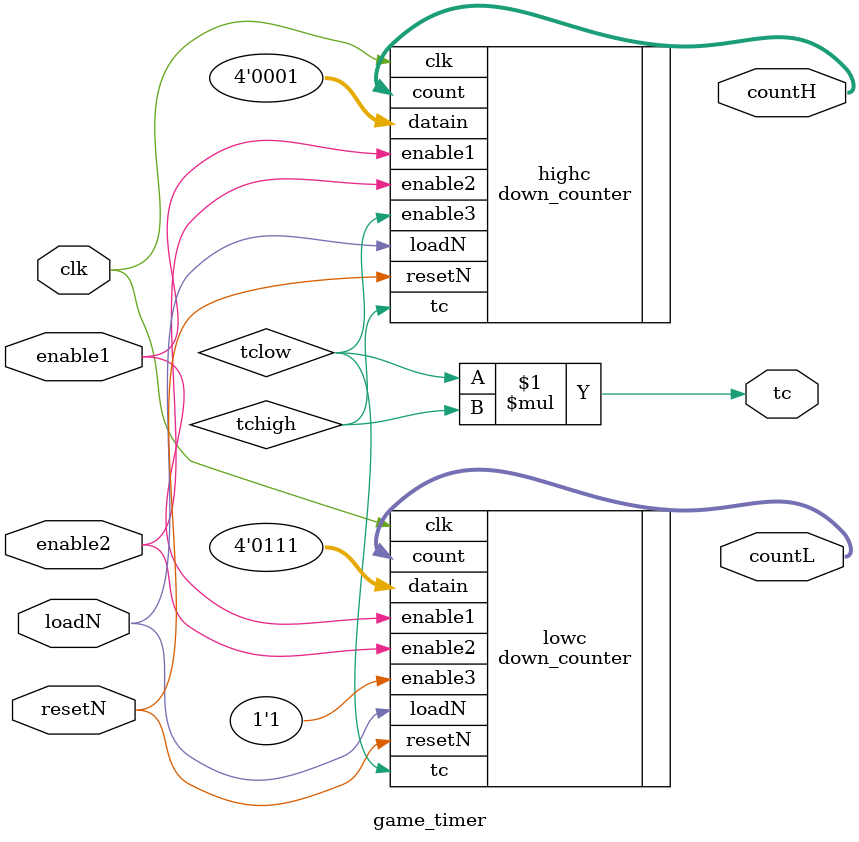
<source format=sv>



module game_timer
	(
	input  logic clk, 
	input  logic resetN, 
	input  logic loadN, 
	input  logic enable1, 
	input  logic enable2, 
	
	output logic [3:0] countL, 
	output logic [3:0] countH,
	output logic tc
   );

// Parameters defined as external, here with a default value - to be updated 
// in the upper hierarchy file with the actial bomb down counting values
// -----------------------------------------------------------
	parameter  logic [3:0] datainL = 4'h7 ; 
	parameter  logic [3:0] datainH = 4'h1 ;
// -----------------------------------------------------------
	
	logic  tclow, tchigh;// internal variables terminal count 
	
// Low counter instantiation
	down_counter lowc(.clk(clk), 
							.resetN(resetN),
							.loadN(loadN),	
							.enable1(enable1), 
							.enable2(enable2),
							.enable3(1'b1), 	
							.datain(datainL), 
							.count(countL), 
							.tc(tclow) );
	
// High counter instantiation
//--------------------------------------------------------------------------------------------------------------------
// &&&&&&&&&&&&&&  fill your code and paste to the report #2 
//--------------------------------------------------------------------------------------------------------------------			
	
	down_counter highc(.clk(clk), 
							.resetN(resetN),
							.loadN(loadN),	
							.enable1(enable1), 
							.enable2(enable2),
							.enable3(tclow), 	
							.datain(datainH), 
							.count(countH), 
							.tc(tchigh) );
							
	//assign countH =  4'h0;

//------------------------------------------------------------------------------------------ 
 assign tc = tclow*tchigh ;	//  ## initializing a variable to enable compilation, change if needed 
//--------------------------------------------------------------------------------------------------------------------
// &&&&&&&&&&&&&&  end of paste to the report #2
//--------------------------------------------------------------------------------------------------------------------			

endmodule

</source>
